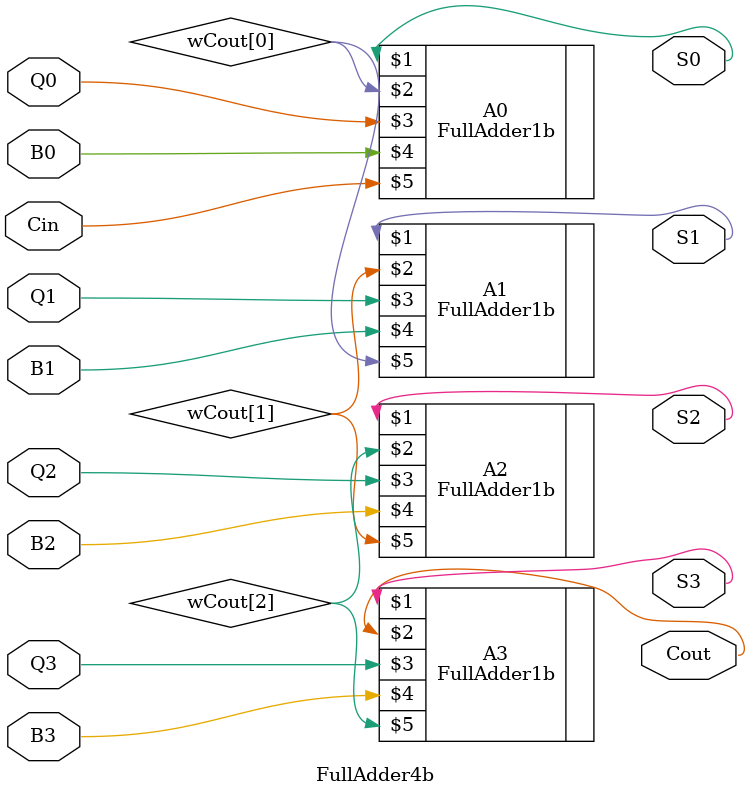
<source format=sv>
module FullAdder4b (
    S0,S1,S2,S3,
    Cout,
    Q0,Q1,Q2,Q3,
    B0,B1,B2,B3,
    Cin
);
    input Q0,Q1,Q2,Q3;
    input B0,B1,B2,B3;
    input Cin;
    output S0,S1,S2,S3;
    output Cout;
    wire wCout[2:0],wCin[14:0];
    FullAdder1b A0(S0,wCout[0],Q0,B0,Cin);
    FullAdder1b A1(S1,wCout[1],Q1,B1,wCout[0]);
    FullAdder1b A2(S2,wCout[2],Q2,B2,wCout[1]);
    FullAdder1b A3(S3,Cout,Q3,B3,wCout[2]);
endmodule



</source>
